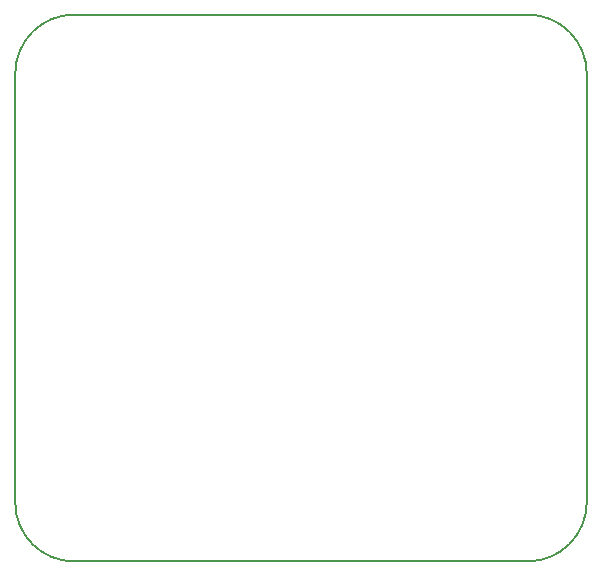
<source format=gbr>
G04 #@! TF.GenerationSoftware,KiCad,Pcbnew,(5.1.10-1-10_14)*
G04 #@! TF.CreationDate,2022-02-23T14:04:16+01:00*
G04 #@! TF.ProjectId,TecladoEB,5465636c-6164-46f4-9542-2e6b69636164,v1.3*
G04 #@! TF.SameCoordinates,PX5f5e100PY8b85c60*
G04 #@! TF.FileFunction,Profile,NP*
%FSLAX46Y46*%
G04 Gerber Fmt 4.6, Leading zero omitted, Abs format (unit mm)*
G04 Created by KiCad (PCBNEW (5.1.10-1-10_14)) date 2022-02-23 14:04:16*
%MOMM*%
%LPD*%
G01*
G04 APERTURE LIST*
G04 #@! TA.AperFunction,Profile*
%ADD10C,0.150000*%
G04 #@! TD*
G04 APERTURE END LIST*
D10*
X48387000Y5003800D02*
G75*
G02*
X43383200Y0I-5003800J0D01*
G01*
X4978400Y0D02*
G75*
G02*
X-583Y4978983I0J4978983D01*
G01*
X0Y41300000D02*
G75*
G02*
X5000000Y46300000I5000000J0D01*
G01*
X43387000Y46300000D02*
G75*
G02*
X48387000Y41300000I0J-5000000D01*
G01*
X0Y41300407D02*
X0Y4978392D01*
X4978400Y0D02*
X43383208Y0D01*
X48387000Y41300000D02*
X48387000Y5003765D01*
X5000000Y46300000D02*
X43383211Y46300000D01*
M02*

</source>
